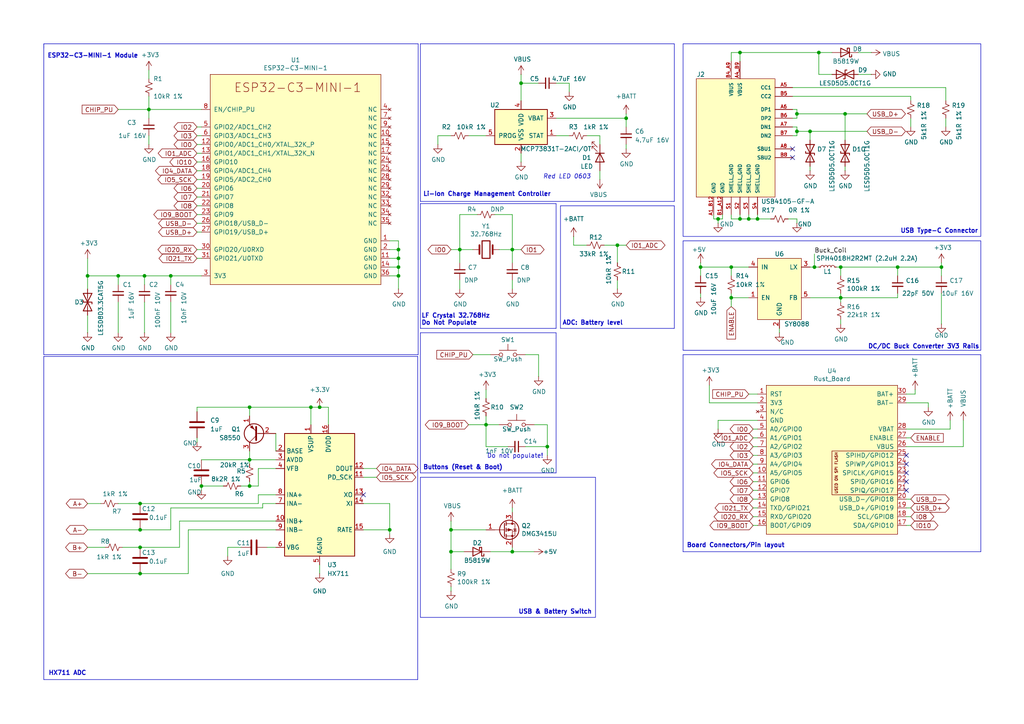
<source format=kicad_sch>
(kicad_sch (version 20231120) (generator "eeschema") (generator_version "8.0")
  (paper "A4")
  (title_block (title "Crimpdeq") (rev "1.0") (company "Sergio Gasquez Arcos"))
  (junction (at 237.49 15.24))
  (junction (at 72.39 140.97))
  (junction (at 181.61 34.29))
  (junction (at 90.17 118.11))
  (junction (at 214.63 63.5))
  (junction (at 72.39 133.35))
  (junction (at 236.22 77.47))
  (junction (at 140.97 123.19))
  (junction (at 40.64 166.37))
  (junction (at 148.59 160.02))
  (junction (at 115.57 74.93))
  (junction (at 25.4 80.01))
  (junction (at 243.84 86.36))
  (junction (at 43.18 31.75))
  (junction (at 40.64 158.75))
  (junction (at 34.29 80.01))
  (junction (at 115.57 72.39))
  (junction (at 72.39 118.11))
  (junction (at 130.81 160.02))
  (junction (at 234.95 38.1))
  (junction (at 219.71 63.5))
  (junction (at 243.84 77.47))
  (junction (at 179.07 71.12))
  (junction (at 273.05 77.47))
  (junction (at 260.35 77.47))
  (junction (at 113.03 153.67))
  (junction (at 148.59 72.39))
  (junction (at 40.64 146.05))
  (junction (at 115.57 80.01))
  (junction (at 231.14 33.02))
  (junction (at 212.09 77.47))
  (junction (at 203.2 77.47))
  (junction (at 212.09 86.36))
  (junction (at 133.35 72.39))
  (junction (at 245.11 33.02))
  (junction (at 158.75 129.54))
  (junction (at 231.14 38.1))
  (junction (at 214.63 15.24))
  (junction (at 151.13 24.13))
  (junction (at 58.42 140.97))
  (junction (at 130.81 153.67))
  (junction (at 49.53 80.01))
  (junction (at 217.17 63.5))
  (junction (at 208.28 63.5))
  (junction (at 115.57 77.47))
  (junction (at 40.64 153.67))
  (junction (at 92.71 118.11))
  (junction (at 41.91 80.01))
  (no_connect (at 262.89 134.62))
  (no_connect (at 229.87 45.72))
  (no_connect (at 262.89 139.7))
  (no_connect (at 229.87 43.18))
  (no_connect (at 262.89 142.24))
  (no_connect (at 262.89 132.08))
  (no_connect (at 262.89 137.16))
  (no_connect (at 339.09 43.18))
  (no_connect (at 105.41 143.51))
  (wire (pts (xy 231.14 63.5) (xy 231.14 64.77)))
  (wire (pts (xy 80.01 153.67) (xy 54.61 153.67)))
  (wire (pts (xy 148.59 62.23) (xy 148.59 72.39)))
  (wire (pts (xy 152.4 102.87) (xy 156.21 102.87)))
  (wire (pts (xy 105.41 138.43) (xy 109.22 138.43)))
  (wire (pts (xy 181.61 33.02) (xy 181.61 34.29)))
  (wire (pts (xy 34.29 31.75) (xy 43.18 31.75)))
  (wire (pts (xy 212.09 62.23) (xy 212.09 63.5)))
  (polyline (pts (xy 12.7 12.7) (xy 12.7 13.97)))
  (wire (pts (xy 43.18 31.75) (xy 58.42 31.75)))
  (wire (pts (xy 229.87 36.83) (xy 231.14 36.83)))
  (wire (pts (xy 130.81 39.37) (xy 127 39.37)))
  (wire (pts (xy 273.05 76.2) (xy 273.05 77.47)))
  (wire (pts (xy 231.14 38.1) (xy 231.14 39.37)))
  (wire (pts (xy 115.57 69.85) (xy 115.57 72.39)))
  (wire (pts (xy 76.2 147.32) (xy 76.2 146.05)))
  (polyline (pts (xy 12.7 103.378) (xy 12.7 197.104)))
  (wire (pts (xy 133.35 72.39) (xy 130.81 72.39)))
  (wire (pts (xy 229.87 25.4) (xy 274.32 25.4)))
  (wire (pts (xy 115.57 74.93) (xy 115.57 77.47)))
  (wire (pts (xy 140.97 129.54) (xy 140.97 123.19)))
  (wire (pts (xy 130.81 160.02) (xy 130.81 165.1)))
  (wire (pts (xy 57.15 67.31) (xy 58.42 67.31)))
  (wire (pts (xy 205.74 116.84) (xy 219.71 116.84)))
  (wire (pts (xy 245.11 49.53) (xy 245.11 48.26)))
  (wire (pts (xy 260.35 77.47) (xy 273.05 77.47)))
  (wire (pts (xy 134.62 160.02) (xy 130.81 160.02)))
  (wire (pts (xy 133.35 62.23) (xy 133.35 72.39)))
  (wire (pts (xy 231.14 39.37) (xy 229.87 39.37)))
  (wire (pts (xy 218.44 147.32) (xy 219.71 147.32)))
  (wire (pts (xy 40.64 158.75) (xy 52.07 158.75)))
  (wire (pts (xy 229.87 27.94) (xy 264.16 27.94)))
  (polyline (pts (xy 121.92 96.52) (xy 161.29 96.52)))
  (wire (pts (xy 127 39.37) (xy 127 41.91)))
  (wire (pts (xy 72.39 139.7) (xy 72.39 140.97)))
  (wire (pts (xy 142.24 160.02) (xy 148.59 160.02)))
  (polyline (pts (xy 121.92 59.055) (xy 121.92 95.25)))
  (wire (pts (xy 234.95 77.47) (xy 236.22 77.47)))
  (wire (pts (xy 274.32 34.29) (xy 274.32 36.83)))
  (wire (pts (xy 154.94 123.19) (xy 158.75 123.19)))
  (wire (pts (xy 113.03 80.01) (xy 115.57 80.01)))
  (wire (pts (xy 41.91 87.63) (xy 41.91 96.52)))
  (wire (pts (xy 234.95 86.36) (xy 243.84 86.36)))
  (wire (pts (xy 43.18 31.75) (xy 43.18 27.94)))
  (wire (pts (xy 179.07 71.12) (xy 175.26 71.12)))
  (wire (pts (xy 130.81 171.45) (xy 130.81 170.18)))
  (wire (pts (xy 151.13 24.13) (xy 151.13 29.21)))
  (wire (pts (xy 264.16 27.94) (xy 264.16 29.21)))
  (wire (pts (xy 243.84 77.47) (xy 260.35 77.47)))
  (wire (pts (xy 161.29 39.37) (xy 165.1 39.37)))
  (wire (pts (xy 241.3 21.59) (xy 237.49 21.59)))
  (wire (pts (xy 49.53 153.67) (xy 49.53 147.32)))
  (wire (pts (xy 262.89 114.3) (xy 265.43 114.3)))
  (wire (pts (xy 57.15 44.45) (xy 58.42 44.45)))
  (wire (pts (xy 212.09 15.24) (xy 212.09 17.78)))
  (wire (pts (xy 218.44 134.62) (xy 219.71 134.62)))
  (wire (pts (xy 161.29 34.29) (xy 181.61 34.29)))
  (wire (pts (xy 25.4 146.05) (xy 29.21 146.05)))
  (wire (pts (xy 34.29 80.01) (xy 41.91 80.01)))
  (wire (pts (xy 231.14 33.02) (xy 231.14 34.29)))
  (wire (pts (xy 140.97 123.19) (xy 144.78 123.19)))
  (wire (pts (xy 214.63 15.24) (xy 214.63 17.78)))
  (wire (pts (xy 279.4 121.92) (xy 279.4 129.54)))
  (wire (pts (xy 43.18 31.75) (xy 43.18 34.29)))
  (wire (pts (xy 237.49 21.59) (xy 237.49 15.24)))
  (wire (pts (xy 203.2 76.2) (xy 203.2 77.47)))
  (wire (pts (xy 95.25 123.19) (xy 95.25 118.11)))
  (wire (pts (xy 57.15 74.93) (xy 58.42 74.93)))
  (wire (pts (xy 25.4 80.01) (xy 25.4 83.82)))
  (wire (pts (xy 49.53 87.63) (xy 49.53 96.52)))
  (wire (pts (xy 245.11 40.64) (xy 245.11 33.02)))
  (polyline (pts (xy 12.7 12.7) (xy 12.7 102.87)))
  (wire (pts (xy 113.03 153.67) (xy 113.03 154.94)))
  (wire (pts (xy 140.97 129.54) (xy 147.32 129.54)))
  (wire (pts (xy 218.44 149.86) (xy 219.71 149.86)))
  (wire (pts (xy 57.15 52.07) (xy 58.42 52.07)))
  (wire (pts (xy 269.24 118.11) (xy 269.24 116.84)))
  (wire (pts (xy 226.06 95.25) (xy 226.06 96.52)))
  (wire (pts (xy 218.44 127) (xy 219.71 127)))
  (wire (pts (xy 203.2 80.01) (xy 203.2 77.47)))
  (wire (pts (xy 218.44 129.54) (xy 219.71 129.54)))
  (wire (pts (xy 219.71 63.5) (xy 223.52 63.5)))
  (wire (pts (xy 212.09 15.24) (xy 214.63 15.24)))
  (wire (pts (xy 166.37 71.12) (xy 170.18 71.12)))
  (wire (pts (xy 148.59 72.39) (xy 148.59 76.2)))
  (wire (pts (xy 208.28 121.92) (xy 208.28 124.46)))
  (wire (pts (xy 218.44 152.4) (xy 219.71 152.4)))
  (wire (pts (xy 161.29 24.13) (xy 165.1 24.13)))
  (polyline (pts (xy 162.56 59.69) (xy 195.58 59.69)))
  (wire (pts (xy 115.57 72.39) (xy 115.57 74.93)))
  (wire (pts (xy 77.47 158.75) (xy 80.01 158.75)))
  (wire (pts (xy 52.07 158.75) (xy 52.07 151.13)))
  (wire (pts (xy 57.15 39.37) (xy 58.42 39.37)))
  (wire (pts (xy 275.59 124.46) (xy 275.59 121.92)))
  (wire (pts (xy 260.35 85.09) (xy 260.35 86.36)))
  (wire (pts (xy 80.01 125.73) (xy 80.01 130.81)))
  (polyline (pts (xy 284.48 160.02) (xy 284.48 102.87)))
  (polyline (pts (xy 121.92 12.7) (xy 195.58 12.7)))
  (wire (pts (xy 113.03 77.47) (xy 115.57 77.47)))
  (polyline (pts (xy 195.58 12.7) (xy 195.58 58.42)))
  (wire (pts (xy 208.28 63.5) (xy 209.55 63.5)))
  (wire (pts (xy 151.13 24.13) (xy 156.21 24.13)))
  (wire (pts (xy 144.78 72.39) (xy 148.59 72.39)))
  (wire (pts (xy 265.43 114.3) (xy 265.43 113.03)))
  (wire (pts (xy 54.61 153.67) (xy 54.61 166.37)))
  (wire (pts (xy 214.63 63.5) (xy 217.17 63.5)))
  (wire (pts (xy 156.21 102.87) (xy 156.21 109.22)))
  (polyline (pts (xy 121.92 137.16) (xy 161.29 137.16)))
  (wire (pts (xy 113.03 69.85) (xy 115.57 69.85)))
  (wire (pts (xy 151.13 46.99) (xy 151.13 44.45)))
  (wire (pts (xy 214.63 62.23) (xy 214.63 63.5)))
  (wire (pts (xy 66.04 158.75) (xy 66.04 161.29)))
  (wire (pts (xy 49.53 147.32) (xy 76.2 147.32)))
  (wire (pts (xy 234.95 40.64) (xy 234.95 38.1)))
  (wire (pts (xy 243.84 77.47) (xy 243.84 80.01)))
  (polyline (pts (xy 161.29 137.16) (xy 161.29 96.52)))
  (wire (pts (xy 148.59 72.39) (xy 151.13 72.39)))
  (wire (pts (xy 243.84 86.36) (xy 243.84 87.63)))
  (wire (pts (xy 236.22 73.66) (xy 236.22 77.47)))
  (wire (pts (xy 203.2 77.47) (xy 212.09 77.47)))
  (polyline (pts (xy 120.65 12.7) (xy 12.7 12.7)))
  (polyline (pts (xy 195.58 95.25) (xy 162.56 95.25)))
  (wire (pts (xy 41.91 80.01) (xy 41.91 82.55)))
  (wire (pts (xy 208.28 63.5) (xy 208.28 64.77)))
  (wire (pts (xy 217.17 114.3) (xy 219.71 114.3)))
  (wire (pts (xy 212.09 80.01) (xy 212.09 77.47)))
  (wire (pts (xy 34.29 80.01) (xy 25.4 80.01)))
  (wire (pts (xy 113.03 146.05) (xy 113.03 153.67)))
  (wire (pts (xy 248.92 21.59) (xy 252.73 21.59)))
  (wire (pts (xy 25.4 91.44) (xy 25.4 96.52)))
  (wire (pts (xy 228.6 63.5) (xy 231.14 63.5)))
  (wire (pts (xy 34.29 82.55) (xy 34.29 80.01)))
  (wire (pts (xy 133.35 72.39) (xy 133.35 76.2)))
  (wire (pts (xy 57.15 36.83) (xy 58.42 36.83)))
  (polyline (pts (xy 198.12 160.02) (xy 284.48 160.02)))
  (wire (pts (xy 34.29 146.05) (xy 40.64 146.05)))
  (wire (pts (xy 205.74 111.76) (xy 205.74 116.84)))
  (wire (pts (xy 57.15 72.39) (xy 58.42 72.39)))
  (wire (pts (xy 115.57 80.01) (xy 115.57 83.82)))
  (wire (pts (xy 138.43 62.23) (xy 133.35 62.23)))
  (wire (pts (xy 58.42 140.97) (xy 64.77 140.97)))
  (polyline (pts (xy 121.92 12.7) (xy 121.92 58.42)))
  (wire (pts (xy 105.41 153.67) (xy 113.03 153.67)))
  (wire (pts (xy 231.14 34.29) (xy 229.87 34.29)))
  (wire (pts (xy 58.42 133.35) (xy 72.39 133.35)))
  (wire (pts (xy 262.89 149.86) (xy 264.16 149.86)))
  (wire (pts (xy 72.39 118.11) (xy 90.17 118.11)))
  (wire (pts (xy 173.99 39.37) (xy 173.99 41.91)))
  (wire (pts (xy 57.15 57.15) (xy 58.42 57.15)))
  (wire (pts (xy 25.4 74.93) (xy 25.4 80.01)))
  (polyline (pts (xy 12.7 102.87) (xy 121.285 102.87)))
  (wire (pts (xy 207.01 62.23) (xy 207.01 63.5)))
  (wire (pts (xy 212.09 63.5) (xy 214.63 63.5)))
  (wire (pts (xy 212.09 77.47) (xy 217.17 77.47)))
  (wire (pts (xy 181.61 34.29) (xy 181.61 36.83)))
  (wire (pts (xy 260.35 86.36) (xy 243.84 86.36)))
  (wire (pts (xy 217.17 63.5) (xy 219.71 63.5)))
  (wire (pts (xy 54.61 166.37) (xy 40.64 166.37)))
  (wire (pts (xy 170.18 39.37) (xy 173.99 39.37)))
  (wire (pts (xy 49.53 82.55) (xy 49.53 80.01)))
  (wire (pts (xy 90.17 123.19) (xy 90.17 118.11)))
  (wire (pts (xy 57.15 46.99) (xy 58.42 46.99)))
  (wire (pts (xy 148.59 158.75) (xy 148.59 160.02)))
  (wire (pts (xy 179.07 76.2) (xy 179.07 71.12)))
  (wire (pts (xy 137.16 72.39) (xy 133.35 72.39)))
  (wire (pts (xy 105.41 135.89) (xy 109.22 135.89)))
  (wire (pts (xy 148.59 81.28) (xy 148.59 83.82)))
  (wire (pts (xy 218.44 142.24) (xy 219.71 142.24)))
  (wire (pts (xy 166.37 68.58) (xy 166.37 71.12)))
  (wire (pts (xy 262.89 147.32) (xy 264.16 147.32)))
  (wire (pts (xy 262.89 144.78) (xy 264.16 144.78)))
  (wire (pts (xy 218.44 144.78) (xy 219.71 144.78)))
  (wire (pts (xy 219.71 63.5) (xy 219.71 62.23)))
  (wire (pts (xy 137.16 102.87) (xy 142.24 102.87)))
  (wire (pts (xy 43.18 20.32) (xy 43.18 22.86)))
  (wire (pts (xy 218.44 132.08) (xy 219.71 132.08)))
  (wire (pts (xy 49.53 80.01) (xy 41.91 80.01)))
  (wire (pts (xy 130.81 151.13) (xy 130.81 153.67)))
  (wire (pts (xy 113.03 72.39) (xy 115.57 72.39)))
  (wire (pts (xy 57.15 41.91) (xy 58.42 41.91)))
  (wire (pts (xy 92.71 163.83) (xy 92.71 166.37)))
  (wire (pts (xy 130.81 153.67) (xy 130.81 160.02)))
  (wire (pts (xy 158.75 123.19) (xy 158.75 129.54)))
  (polyline (pts (xy 198.12 102.87) (xy 198.12 160.02)))
  (wire (pts (xy 262.89 152.4) (xy 264.16 152.4)))
  (polyline (pts (xy 195.58 58.42) (xy 121.92 58.42)))
  (wire (pts (xy 115.57 77.47) (xy 115.57 80.01)))
  (wire (pts (xy 34.29 96.52) (xy 34.29 87.63)))
  (wire (pts (xy 57.15 118.11) (xy 72.39 118.11)))
  (wire (pts (xy 181.61 43.18) (xy 181.61 41.91)))
  (wire (pts (xy 40.64 153.67) (xy 49.53 153.67)))
  (wire (pts (xy 245.11 33.02) (xy 251.46 33.02)))
  (wire (pts (xy 217.17 62.23) (xy 217.17 63.5)))
  (wire (pts (xy 80.01 143.51) (xy 74.93 143.51)))
  (wire (pts (xy 214.63 15.24) (xy 237.49 15.24)))
  (wire (pts (xy 158.75 129.54) (xy 158.75 132.08)))
  (wire (pts (xy 72.39 133.35) (xy 72.39 134.62)))
  (wire (pts (xy 231.14 33.02) (xy 245.11 33.02)))
  (wire (pts (xy 140.97 113.03) (xy 140.97 115.57)))
  (wire (pts (xy 57.15 54.61) (xy 58.42 54.61)))
  (wire (pts (xy 218.44 137.16) (xy 219.71 137.16)))
  (polyline (pts (xy 161.29 95.25) (xy 161.29 59.055)))
  (wire (pts (xy 212.09 85.09) (xy 212.09 86.36)))
  (wire (pts (xy 264.16 34.29) (xy 264.16 36.83)))
  (wire (pts (xy 140.97 153.67) (xy 130.81 153.67)))
  (wire (pts (xy 74.93 135.89) (xy 74.93 140.97)))
  (wire (pts (xy 80.01 135.89) (xy 74.93 135.89)))
  (wire (pts (xy 66.04 158.75) (xy 69.85 158.75)))
  (wire (pts (xy 248.92 15.24) (xy 252.73 15.24)))
  (wire (pts (xy 25.4 153.67) (xy 40.64 153.67)))
  (wire (pts (xy 105.41 146.05) (xy 113.03 146.05)))
  (wire (pts (xy 236.22 77.47) (xy 237.49 77.47)))
  (wire (pts (xy 72.39 140.97) (xy 74.93 140.97)))
  (wire (pts (xy 218.44 124.46) (xy 219.71 124.46)))
  (wire (pts (xy 208.28 121.92) (xy 219.71 121.92)))
  (wire (pts (xy 262.89 129.54) (xy 279.4 129.54)))
  (wire (pts (xy 260.35 77.47) (xy 260.35 80.01)))
  (wire (pts (xy 234.95 49.53) (xy 234.95 48.26)))
  (polyline (pts (xy 121.92 59.055) (xy 161.29 59.055)))
  (wire (pts (xy 74.93 143.51) (xy 74.93 146.05)))
  (wire (pts (xy 229.87 31.75) (xy 231.14 31.75)))
  (wire (pts (xy 143.51 62.23) (xy 148.59 62.23)))
  (wire (pts (xy 207.01 63.5) (xy 208.28 63.5)))
  (wire (pts (xy 74.93 146.05) (xy 40.64 146.05)))
  (wire (pts (xy 212.09 86.36) (xy 217.17 86.36)))
  (wire (pts (xy 57.15 127) (xy 57.15 128.27)))
  (wire (pts (xy 95.25 118.11) (xy 92.71 118.11)))
  (wire (pts (xy 52.07 151.13) (xy 80.01 151.13)))
  (wire (pts (xy 133.35 81.28) (xy 133.35 83.82)))
  (wire (pts (xy 152.4 129.54) (xy 158.75 129.54)))
  (polyline (pts (xy 198.12 102.87) (xy 284.48 102.87)))
  (wire (pts (xy 231.14 38.1) (xy 234.95 38.1)))
  (wire (pts (xy 140.97 120.65) (xy 140.97 123.19)))
  (wire (pts (xy 57.15 119.38) (xy 57.15 118.11)))
  (wire (pts (xy 57.15 64.77) (xy 58.42 64.77)))
  (wire (pts (xy 113.03 74.93) (xy 115.57 74.93)))
  (wire (pts (xy 76.2 146.05) (xy 80.01 146.05)))
  (wire (pts (xy 43.18 39.37) (xy 43.18 41.91)))
  (polyline (pts (xy 121.92 96.52) (xy 121.92 137.16)))
  (wire (pts (xy 57.15 62.23) (xy 58.42 62.23)))
  (wire (pts (xy 274.32 25.4) (xy 274.32 29.21)))
  (wire (pts (xy 234.95 38.1) (xy 251.46 38.1)))
  (wire (pts (xy 237.49 15.24) (xy 241.3 15.24)))
  (wire (pts (xy 231.14 31.75) (xy 231.14 33.02)))
  (polyline (pts (xy 12.7 103.378) (xy 121.158 103.378)))
  (wire (pts (xy 58.42 142.24) (xy 58.42 140.97)))
  (wire (pts (xy 148.59 160.02) (xy 154.94 160.02)))
  (wire (pts (xy 262.89 116.84) (xy 269.24 116.84)))
  (wire (pts (xy 151.13 21.59) (xy 151.13 24.13)))
  (wire (pts (xy 173.99 49.53) (xy 173.99 52.07)))
  (wire (pts (xy 179.07 71.12) (xy 181.61 71.12)))
  (wire (pts (xy 72.39 133.35) (xy 72.39 130.81)))
  (wire (pts (xy 212.09 86.36) (xy 212.09 88.9)))
  (wire (pts (xy 243.84 92.71) (xy 243.84 93.98)))
  (wire (pts (xy 90.17 118.11) (xy 92.71 118.11)))
  (polyline (pts (xy 121.92 95.25) (xy 161.29 95.25)))
  (wire (pts (xy 25.4 158.75) (xy 30.48 158.75)))
  (wire (pts (xy 135.89 123.19) (xy 140.97 123.19)))
  (wire (pts (xy 242.57 77.47) (xy 243.84 77.47)))
  (wire (pts (xy 273.05 85.09) (xy 273.05 93.98)))
  (wire (pts (xy 148.59 148.59) (xy 148.59 147.32)))
  (polyline (pts (xy 121.285 102.87) (xy 121.285 12.7)))
  (polyline (pts (xy 12.7 197.104) (xy 121.158 197.104)))
  (wire (pts (xy 273.05 77.47) (xy 273.05 80.01)))
  (wire (pts (xy 72.39 118.11) (xy 72.39 120.65)))
  (wire (pts (xy 231.14 36.83) (xy 231.14 38.1)))
  (wire (pts (xy 262.89 124.46) (xy 275.59 124.46)))
  (wire (pts (xy 135.89 39.37) (xy 140.97 39.37)))
  (wire (pts (xy 80.01 133.35) (xy 72.39 133.35)))
  (wire (pts (xy 179.07 81.28) (xy 179.07 83.82)))
  (polyline (pts (xy 162.56 59.69) (xy 162.56 95.25)))
  (wire (pts (xy 209.55 63.5) (xy 209.55 62.23)))
  (wire (pts (xy 262.89 127) (xy 264.16 127)))
  (wire (pts (xy 35.56 158.75) (xy 40.64 158.75)))
  (wire (pts (xy 203.2 85.09) (xy 203.2 86.36)))
  (wire (pts (xy 25.4 166.37) (xy 40.64 166.37)))
  (polyline (pts (xy 121.158 197.104) (xy 121.158 103.378)))
  (wire (pts (xy 218.44 139.7) (xy 219.71 139.7)))
  (wire (pts (xy 49.53 80.01) (xy 58.42 80.01)))
  (wire (pts (xy 165.1 24.13) (xy 165.1 26.67)))
  (wire (pts (xy 243.84 85.09) (xy 243.84 86.36)))
  (wire (pts (xy 57.15 49.53) (xy 58.42 49.53)))
  (polyline (pts (xy 120.65 12.7) (xy 121.285 12.7)))
  (wire (pts (xy 69.85 140.97) (xy 72.39 140.97)))
  (wire (pts (xy 57.15 59.69) (xy 58.42 59.69)))
  (polyline (pts (xy 195.58 59.69) (xy 195.58 95.25)))
  (rectangle (start 198.12 69.85) (end 284.48 101.6))
  (rectangle (start 121.92 138.43) (end 172.72 179.07))
  (rectangle (start 198.12 12.7) (end 284.48 68.58))
  (text "ADC: Battery level" (at 163.068 94.488 0) (effects (font (size 1.27 1.27) (thickness 0.254) (bold yes)) (justify left bottom)))
  (text "USB Type-C Connector" (at 261.112 67.818 0) (effects (font (size 1.27 1.27) (thickness 0.254) (bold yes)) (justify left bottom)))
  (text "Board Connectors/Pin layout" (at 199.136 159.004 0) (effects (font (size 1.27 1.27) (thickness 0.254) (bold yes)) (justify left bottom)))
  (text "Li-Ion Charge Management Controller" (at 122.682 57.15 0) (effects (font (size 1.27 1.27) (thickness 0.254) (bold yes)) (justify left bottom)))
  (text "USB & Battery Switch\n" (at 161.036 177.546 0) (effects (font (size 1.27 1.27) (thickness 0.254) (bold yes))))
  (text "Do not populate!" (at 141.224 133.096 0) (effects (font (size 1.27 1.27)) (justify left bottom)))
  (text "Red LED 0603" (at 157.48 52.07 0) (effects (font (size 1.27 1.27) (italic yes)) (justify left bottom)))
  (text "Buttons (Reset & Boot)" (at 122.682 136.398 0) (effects (font (size 1.27 1.27) (thickness 0.254) (bold yes)) (justify left bottom)))
  (text "HX711 ADC" (at 19.558 195.326 0) (effects (font (size 1.27 1.27) (thickness 0.254) (bold yes))))
  (text "ESP32-C3-MINI-1 Module" (at 13.716 17.018 0) (effects (font (size 1.27 1.27) (thickness 0.254) (bold yes)) (justify left bottom)))
  (text "LF Crystal 32.768Hz \nDo Not Populate" (at 122.174 94.488 0) (effects (font (size 1.27 1.27) (thickness 0.254) (bold yes)) (justify left bottom)))
  (text "DC/DC Buck Converter 3V3 Rails" (at 251.714 101.346 0) (effects (font (size 1.27 1.27) (thickness 0.254) (bold yes)) (justify left bottom)))
  (label "Buck_Coil" (at 236.22 73.66 0))
  (global_label "IO10" (shape bidirectional) (at 264.16 152.4 0) (property "Intersheetrefs" "${INTERSHEET_REFS}" (effects (hide yes))))
  (global_label "ENABLE" (shape input) (at 212.09 88.9 270) (property "Intersheetrefs" "${INTERSHEET_REFS}" (effects (hide yes))))
  (global_label "IO7" (shape bidirectional) (at 218.44 142.24 180) (property "Intersheetrefs" "${INTERSHEET_REFS}" (effects (hide yes))))
  (global_label "IO9_BOOT" (shape bidirectional) (at 218.44 152.4 180) (property "Intersheetrefs" "${INTERSHEET_REFS}" (effects (hide yes))))
  (global_label "IO10" (shape bidirectional) (at 57.15 46.99 180) (property "Intersheetrefs" "${INTERSHEET_REFS}" (effects (hide yes))))
  (global_label "A+" (shape bidirectional) (at 25.4 146.05 180) (property "Intersheetrefs" "${INTERSHEET_REFS}" (effects (hide yes))))
  (global_label "USB_D+" (shape bidirectional) (at 264.16 147.32 0) (property "Intersheetrefs" "${INTERSHEET_REFS}" (effects (hide yes))))
  (global_label "IO8" (shape bidirectional) (at 264.16 149.86 0) (property "Intersheetrefs" "${INTERSHEET_REFS}" (effects (hide yes))))
  (global_label "IO7" (shape bidirectional) (at 57.15 57.15 180) (property "Intersheetrefs" "${INTERSHEET_REFS}" (effects (hide yes))))
  (global_label "IO4_DATA" (shape bidirectional) (at 218.44 134.62 180) (property "Intersheetrefs" "${INTERSHEET_REFS}" (effects (hide yes))))
  (global_label "IO6" (shape bidirectional) (at 218.44 139.7 180) (property "Intersheetrefs" "${INTERSHEET_REFS}" (effects (hide yes))))
  (global_label "IO4_DATA" (shape bidirectional) (at 57.15 49.53 180) (property "Intersheetrefs" "${INTERSHEET_REFS}" (effects (hide yes))))
  (global_label "IO5_SCK" (shape bidirectional) (at 218.44 137.16 180) (property "Intersheetrefs" "${INTERSHEET_REFS}" (effects (hide yes))))
  (global_label "CHIP_PU" (shape input) (at 217.17 114.3 180) (property "Intersheetrefs" "${INTERSHEET_REFS}" (effects (hide yes))))
  (global_label "IO1" (shape bidirectional) (at 151.13 72.39 0) (property "Intersheetrefs" "${INTERSHEET_REFS}" (effects (hide yes))))
  (global_label "IO2" (shape bidirectional) (at 57.15 36.83 180) (property "Intersheetrefs" "${INTERSHEET_REFS}" (effects (hide yes))))
  (global_label "CHIP_PU" (shape input) (at 34.29 31.75 180) (property "Intersheetrefs" "${INTERSHEET_REFS}" (effects (hide yes))))
  (global_label "IO4_DATA" (shape bidirectional) (at 109.22 135.89 0) (property "Intersheetrefs" "${INTERSHEET_REFS}" (effects (hide yes))))
  (global_label "IO0" (shape bidirectional) (at 57.15 41.91 180) (property "Intersheetrefs" "${INTERSHEET_REFS}" (effects (hide yes))))
  (global_label "IO9_BOOT" (shape bidirectional) (at 135.89 123.19 180) (property "Intersheetrefs" "${INTERSHEET_REFS}" (effects (hide yes))))
  (global_label "IO20_RX" (shape bidirectional) (at 57.15 72.39 180) (property "Intersheetrefs" "${INTERSHEET_REFS}" (effects (hide yes))))
  (global_label "ENABLE" (shape input) (at 264.16 127 0) (property "Intersheetrefs" "${INTERSHEET_REFS}" (effects (hide yes))))
  (global_label "CHIP_PU" (shape input) (at 137.16 102.87 180) (property "Intersheetrefs" "${INTERSHEET_REFS}" (effects (hide yes))))
  (global_label "USB_D+" (shape bidirectional) (at 251.46 33.02 0) (property "Intersheetrefs" "${INTERSHEET_REFS}" (effects (hide yes))))
  (global_label "IO6" (shape bidirectional) (at 57.15 54.61 180) (property "Intersheetrefs" "${INTERSHEET_REFS}" (effects (hide yes))))
  (global_label "B+" (shape bidirectional) (at 25.4 158.75 180) (property "Intersheetrefs" "${INTERSHEET_REFS}" (effects (hide yes))))
  (global_label "IO1_ADC" (shape bidirectional) (at 181.61 71.12 0) (property "Intersheetrefs" "${INTERSHEET_REFS}" (effects (hide yes))))
  (global_label "B-" (shape bidirectional) (at 25.4 166.37 180) (property "Intersheetrefs" "${INTERSHEET_REFS}" (effects (hide yes))))
  (global_label "IO1_ADC" (shape bidirectional) (at 218.44 127 180) (property "Intersheetrefs" "${INTERSHEET_REFS}" (effects (hide yes))))
  (global_label "IO5_SCK" (shape bidirectional) (at 57.15 52.07 180) (property "Intersheetrefs" "${INTERSHEET_REFS}" (effects (hide yes))))
  (global_label "IO5_SCK" (shape bidirectional) (at 109.22 138.43 0) (property "Intersheetrefs" "${INTERSHEET_REFS}" (effects (hide yes))))
  (global_label "IO9_BOOT" (shape bidirectional) (at 57.15 62.23 180) (property "Intersheetrefs" "${INTERSHEET_REFS}" (effects (hide yes))))
  (global_label "IO8" (shape bidirectional) (at 57.15 59.69 180) (property "Intersheetrefs" "${INTERSHEET_REFS}" (effects (hide yes))))
  (global_label "IO0" (shape bidirectional) (at 130.81 72.39 180) (property "Intersheetrefs" "${INTERSHEET_REFS}" (effects (hide yes))))
  (global_label "USB_D-" (shape bidirectional) (at 57.15 64.77 180) (property "Intersheetrefs" "${INTERSHEET_REFS}" (effects (hide yes))))
  (global_label "IO3" (shape bidirectional) (at 218.44 132.08 180) (property "Intersheetrefs" "${INTERSHEET_REFS}" (effects (hide yes))))
  (global_label "IO1_ADC" (shape bidirectional) (at 57.15 44.45 180) (property "Intersheetrefs" "${INTERSHEET_REFS}" (effects (hide yes))))
  (global_label "IO21_TX" (shape bidirectional) (at 218.44 147.32 180) (property "Intersheetrefs" "${INTERSHEET_REFS}" (effects (hide yes))))
  (global_label "IO8" (shape bidirectional) (at 218.44 144.78 180) (property "Intersheetrefs" "${INTERSHEET_REFS}" (effects (hide yes))))
  (global_label "IO20_RX" (shape bidirectional) (at 218.44 149.86 180) (property "Intersheetrefs" "${INTERSHEET_REFS}" (effects (hide yes))))
  (global_label "A-" (shape bidirectional) (at 25.4 153.67 180) (property "Intersheetrefs" "${INTERSHEET_REFS}" (effects (hide yes))))
  (global_label "USB_D-" (shape bidirectional) (at 251.46 38.1 0) (property "Intersheetrefs" "${INTERSHEET_REFS}" (effects (hide yes))))
  (global_label "USB_D+" (shape bidirectional) (at 57.15 67.31 180) (property "Intersheetrefs" "${INTERSHEET_REFS}" (effects (hide yes))))
  (global_label "IO3" (shape bidirectional) (at 57.15 39.37 180) (property "Intersheetrefs" "${INTERSHEET_REFS}" (effects (hide yes))))
  (global_label "IO0" (shape bidirectional) (at 218.44 124.46 180) (property "Intersheetrefs" "${INTERSHEET_REFS}" (effects (hide yes))))
  (global_label "IO21_TX" (shape bidirectional) (at 57.15 74.93 180) (property "Intersheetrefs" "${INTERSHEET_REFS}" (effects (hide yes))))
  (global_label "IO2" (shape bidirectional) (at 218.44 129.54 180) (property "Intersheetrefs" "${INTERSHEET_REFS}" (effects (hide yes))))
  (global_label "USB_D-" (shape bidirectional) (at 264.16 144.78 0) (property "Intersheetrefs" "${INTERSHEET_REFS}" (effects (hide yes))))
  (symbol (lib_id "Device:R_Small_US") (at 33.02 158.75 90) (unit 1)
    (property "Reference" "R8" (at 31.8516 157.0228 90) (effects (justify left)))
    (property "Value" "1kR 1%" (at 35.306 161.544 90) (effects (justify left)))
    (property "Footprint" "Resistor_SMD:R_0402_1005Metric" (effects (hide yes)))
    (property "LCSC" "C25741" (effects (hide yes)))
  )
  (symbol (lib_id "power:+BATT") (at 148.59 147.32 0) (unit 1)
    (property "Reference" "#PWR026" (effects (hide yes)))
    (property "Value" "+BATT" (at 148.59 142.24 0))
  )
  (symbol (lib_id "Battery_Management:MCP73831-2-OT") (at 151.13 36.83 0) (unit 1)
    (property "Reference" "U2" (at 143.51 30.48 0))
    (property "Value" "MCP73831T-2ACI/OT" (at 161.29 43.18 0))
    (property "Footprint" "Package_TO_SOT_SMD:SOT-23-5" (effects (hide yes)))
    (property "Datasheet" "http://ww1.microchip.com/downloads/en/DeviceDoc/20001984g.pdf" (effects (hide yes)))
    (property "LCSC" "C424093" (effects (hide yes)))
  )
  (symbol (lib_id "power:GND") (at 25.4 96.52 0) (unit 1)
    (property "Reference" "#PWR02" (effects (hide yes)))
    (property "Value" "GND" (at 25.527 100.9142 0))
  )
  (symbol (lib_id "Switch:SW_Push") (at 149.86 123.19 0) (unit 1)
    (property "Reference" "SW2" (at 149.86 118.11 0))
    (property "Value" "SW_Push" (at 149.86 124.46 0))
    (property "Footprint" "Button_Switch_SMD:SW_SPST_PTS810" (effects (hide yes)))
    (property "LCSC" "C116501" (effects (hide yes)))
  )
  (symbol (lib_id "power:+3.3V") (at 92.71 118.11 0) (unit 1)
    (property "Reference" "#PWR018" (effects (hide yes)))
    (property "Value" "+3.3V" (at 92.71 113.03 0))
    (property "Description" "Power symbol creates a global label with name \"+3.3V\"" (effects (hide yes)))
  )
  (symbol (lib_id "Rust_Board:Rust_Board") (at 241.3 133.35 0) (unit 1) (in_bom no)
    (property "Reference" "U4" (at 241.3 107.569 0))
    (property "Value" "Rust_Board" (at 241.3 109.8804 0))
    (property "Footprint" "Rust_Board:Rust_Board" (effects (hide yes)))
  )
  (symbol (lib_id "Device:R_Small_US") (at 172.72 71.12 90) (unit 1)
    (property "Reference" "R12" (at 174.752 68.834 90) (effects (justify left)))
    (property "Value" "33kR 1%" (at 176.53 73.66 90) (effects (justify left)))
    (property "Footprint" "Resistor_SMD:R_0402_1005Metric" (effects (hide yes)))
    (property "LCSC" "C25744" (effects (hide yes)))
  )
  (symbol (lib_id "power:+BATT") (at 181.61 33.02 0) (unit 1)
    (property "Reference" "#PWR014" (effects (hide yes)))
    (property "Value" "+BATT" (at 181.61 27.94 0))
  )
  (symbol (lib_id "power:GND") (at 115.57 83.82 0) (unit 1)
    (property "Reference" "#PWR08" (effects (hide yes)))
    (property "Value" "GND" (at 115.697 88.2142 0))
  )
  (symbol (lib_id "Device:Crystal") (at 140.97 72.39 0) (unit 1) (in_bom no)
    (property "Reference" "Y1" (at 140.97 65.5828 0))
    (property "Value" "32.768Hz" (at 140.97 67.8942 0))
    (property "Footprint" "Crystal:Crystal_SMD_3215-2Pin_3.2x1.5mm" (effects (hide yes)))
  )
  (symbol (lib_id "Device:R_Small_US") (at 130.81 167.64 0) (unit 1)
    (property "Reference" "R9" (at 132.5372 166.4716 0) (effects (justify left)))
    (property "Value" "100kR 1%" (at 132.5372 168.783 0) (effects (justify left)))
    (property "Footprint" "Resistor_SMD:R_0402_1005Metric" (effects (hide yes)))
    (property "LCSC" "C25741" (effects (hide yes)))
  )
  (symbol (lib_id "Transistor_FET:DMG2301L") (at 146.05 153.67 0) (unit 1)
    (property "Reference" "Q2" (at 151.2316 152.5016 0) (effects (justify left)))
    (property "Value" "DMG3415U" (at 151.2316 154.813 0) (effects (justify left)))
    (property "Footprint" "Package_TO_SOT_SMD:SOT-23" (effects (hide yes)))
    (property "Datasheet" "https://www.diodes.com/assets/Datasheets/DMG2301L.pdf" (effects (hide yes)))
    (property "LCSC" "C96616" (effects (hide yes)))
  )
  (symbol (lib_id "Switch:SW_Push") (at 147.32 102.87 0) (unit 1)
    (property "Reference" "SW1" (at 147.32 98.552 0))
    (property "Value" "SW_Push" (at 147.32 104.14 0))
    (property "Footprint" "Button_Switch_SMD:SW_SPST_PTS810" (effects (hide yes)))
    (property "LCSC" "C116501" (effects (hide yes)))
  )
  (symbol (lib_id "Device:R_Small_US") (at 140.97 62.23 90) (unit 1) (in_bom no)
    (property "Reference" "R4" (at 138.176 60.706 90) (effects (justify left)))
    (property "Value" "DNP" (at 146.304 60.706 90) (effects (justify left)))
    (property "Footprint" "Resistor_SMD:R_0402_1005Metric" (effects (hide yes)))
  )
  (symbol (lib_id "power:GND") (at 243.84 93.98 0) (unit 1)
    (property "Reference" "#PWR042" (effects (hide yes)))
    (property "Value" "GND" (at 243.967 98.3742 0))
  )
  (symbol (lib_id "power:GND") (at 92.71 166.37 0) (unit 1)
    (property "Reference" "#PWR021" (effects (hide yes)))
    (property "Value" "GND" (at 92.71 171.45 0))
    (property "Description" "Power symbol creates a global label with name \"GND\" , ground" (effects (hide yes)))
  )
  (symbol (lib_id "power:GND") (at 274.32 36.83 0) (unit 1)
    (property "Reference" "#PWR052" (effects (hide yes)))
    (property "Value" "GND" (at 274.447 41.2242 0))
  )
  (symbol (lib_id "Device:LED") (at 173.99 45.72 270) (unit 1)
    (property "Reference" "D1" (at 170.18 45.72 90))
    (property "Value" "LED" (at 170.18 48.26 90))
    (property "Footprint" "LED_SMD:LED_0603_1608Metric" (effects (hide yes)))
    (property "LCSC" "C2286" (effects (hide yes)))
  )
  (symbol (lib_id "Device:R_Small_US") (at 72.39 137.16 0) (unit 1)
    (property "Reference" "R5" (at 68.58 136.652 0) (effects (justify left)))
    (property "Value" "20kR 1%" (at 63.754 134.874 0) (effects (justify left)))
    (property "Footprint" "Resistor_SMD:R_0402_1005Metric" (effects (hide yes)))
    (property "LCSC" "C25741" (effects (hide yes)))
  )
  (symbol (lib_id "power:VBUS") (at 252.73 15.24 270) (unit 1)
    (property "Reference" "#PWR049" (effects (hide yes)))
    (property "Value" "VBUS" (at 255.9812 15.621 90) (effects (justify left)))
  )
  (symbol (lib_id "Device:D_Schottky") (at 138.43 160.02 180) (unit 1)
    (property "Reference" "D2" (at 138.43 157.48 0))
    (property "Value" "B5819W" (at 138.43 162.56 0))
    (property "Footprint" "Diode_SMD:D_SOD-123" (effects (hide yes)))
    (property "LCSC" "C8598" (effects (hide yes)))
  )
  (symbol (lib_id "power:GND") (at 58.42 142.24 0) (unit 1)
    (property "Reference" "#PWR023" (effects (hide yes)))
    (property "Value" "GND" (at 56.388 142.748 0))
    (property "Description" "Power symbol creates a global label with name \"GND\" , ground" (effects (hide yes)))
  )
  (symbol (lib_id "Device:C_Small") (at 273.05 82.55 0) (unit 1)
    (property "Reference" "C17" (at 275.3868 81.3816 0) (effects (justify left)))
    (property "Value" "10uF 16V" (at 273.05 85.09 0) (effects (justify left)))
    (property "Footprint" "Capacitor_SMD:C_0805_2012Metric" (effects (hide yes)))
    (property "LCSC" "C15850" (effects (hide yes)))
  )
  (symbol (lib_id "power:GND") (at 234.95 49.53 0) (unit 1)
    (property "Reference" "#PWR047" (effects (hide yes)))
    (property "Value" "GND" (at 235.077 53.9242 0))
  )
  (symbol (lib_id "power:VBUS") (at 130.81 151.13 0) (unit 1)
    (property "Reference" "#PWR024" (effects (hide yes)))
    (property "Value" "VBUS" (at 131.191 146.7358 0))
  )
  (symbol (lib_id "power:+5V") (at 203.2 76.2 0) (unit 1)
    (property "Reference" "#PWR039" (effects (hide yes)))
    (property "Value" "+5V" (at 200.66 72.39 0) (effects (justify left)))
  )
  (symbol (lib_id "Device:R_Small_US") (at 274.32 31.75 0) (unit 1)
    (property "Reference" "R19" (at 276.0472 30.5816 0) (effects (justify left)))
    (property "Value" "5k1R 1%" (at 278.13 40.64 90) (effects (justify left)))
    (property "Footprint" "Resistor_SMD:R_0402_1005Metric" (effects (hide yes)))
    (property "LCSC" "C25905" (effects (hide yes)))
  )
  (symbol (lib_id "power:GND") (at 181.61 43.18 0) (unit 1)
    (property "Reference" "#PWR015" (effects (hide yes)))
    (property "Value" "GND" (at 181.737 47.5742 0))
  )
  (symbol (lib_id "Device:L_Small") (at 240.03 77.47 90) (unit 1)
    (property "Reference" "L1" (at 240.03 78.74 90))
    (property "Value" "SPH4018H2R2MT (2.2uH 2.2A)" (at 251.46 74.93 90))
    (property "Footprint" "Inductor_SMD:L_Bourns-SRN4018" (effects (hide yes)))
    (property "LCSC" "C370436" (effects (hide yes)))
  )
  (symbol (lib_id "power:GND") (at 49.53 96.52 0) (unit 1)
    (property "Reference" "#PWR07" (effects (hide yes)))
    (property "Value" "GND" (at 49.657 100.9142 0))
  )
  (symbol (lib_id "Device:C_Small") (at 148.59 78.74 0) (unit 1) (in_bom no)
    (property "Reference" "C8" (at 150.9268 77.5716 0) (effects (justify left)))
    (property "Value" "DNP" (at 149.86 81.28 0) (effects (justify left)))
    (property "Footprint" "Capacitor_SMD:C_0402_1005Metric" (effects (hide yes)))
  )
  (symbol (lib_id "Device:R_Small_US") (at 243.84 82.55 0) (unit 1)
    (property "Reference" "R15" (at 245.5672 81.3816 0) (effects (justify left)))
    (property "Value" "100kR 1%" (at 245.5672 83.693 0) (effects (justify left)))
    (property "Footprint" "Resistor_SMD:R_0402_1005Metric" (effects (hide yes)))
    (property "LCSC" "C25741" (effects (hide yes)))
  )
  (symbol (lib_id "power:+3V3") (at 205.74 111.76 0) (unit 1)
    (property "Reference" "#PWR032" (effects (hide yes)))
    (property "Value" "+3V3" (at 206.121 107.3658 0))
  )
  (symbol (lib_id "power:+3V3") (at 43.18 20.32 0) (unit 1)
    (property "Reference" "#PWR05" (effects (hide yes)))
    (property "Value" "+3V3" (at 43.561 15.9258 0))
  )
  (symbol (lib_id "power:+BATT") (at 265.43 113.03 0) (unit 1)
    (property "Reference" "#PWR035" (effects (hide yes)))
    (property "Value" "+BATT" (at 265.43 106.68 90))
  )
  (symbol (lib_id "Device:C") (at 40.64 149.86 0) (unit 1)
    (property "Reference" "C12" (at 41.148 147.574 0) (effects (justify left)))
    (property "Value" "0.1uF" (at 43.18 150.114 0) (effects (justify left)))
    (property "Description" "Unpolarized capacitor" (effects (hide yes)))
  )
  (symbol (lib_id "power:VBUS") (at 173.99 52.07 180) (unit 1)
    (property "Reference" "#PWR013" (effects (hide yes)))
    (property "Value" "VBUS" (at 173.609 56.4642 0))
  )
  (symbol (lib_id "Device:D_TVS") (at 234.95 44.45 270) (unit 1)
    (property "Reference" "D7" (at 236.982 43.2816 90) (effects (justify left)))
    (property "Value" "LESD5D5.0CT1G" (at 241.3 40.64 0) (effects (justify left)))
    (property "Footprint" "Diode_SMD:D_SOD-523" (effects (hide yes)))
    (property "LCSC" "C383211" (effects (hide yes)))
  )
  (symbol (lib_id "power:GND") (at 226.06 96.52 0) (unit 1)
    (property "Reference" "#PWR041" (effects (hide yes)))
    (property "Value" "GND" (at 228.346 99.314 0))
  )
  (symbol (lib_id "Device:C") (at 57.15 123.19 0) (unit 1)
    (property "Reference" "C9" (at 60.96 121.9199 0) (effects (justify left)))
    (property "Value" "1uF" (at 60.96 124.4599 0) (effects (justify left)))
    (property "Description" "Unpolarized capacitor" (effects (hide yes)))
  )
  (symbol (lib_id "power:GND") (at 269.24 118.11 0) (unit 1)
    (property "Reference" "#PWR036" (effects (hide yes)))
    (property "Value" "GND" (at 269.367 122.5042 0))
  )
  (symbol (lib_id "power:GND") (at 208.28 64.77 0) (unit 1)
    (property "Reference" "#PWR045" (effects (hide yes)))
    (property "Value" "GND" (at 210.82 65.024 0))
  )
  (symbol (lib_id "Device:R_Small_US") (at 212.09 82.55 0) (unit 1)
    (property "Reference" "R14" (at 213.36 80.01 0) (effects (justify left)))
    (property "Value" "10kR 1%" (at 213.36 82.55 0) (effects (justify left)))
    (property "Footprint" "Resistor_SMD:R_0402_1005Metric" (effects (hide yes)))
    (property "LCSC" "C25744" (effects (hide yes)))
  )
  (symbol (lib_id "power:GND") (at 66.04 161.29 0) (unit 1)
    (property "Reference" "#PWR022" (effects (hide yes)))
    (property "Value" "GND" (at 66.04 166.37 0))
    (property "Description" "Power symbol creates a global label with name \"GND\" , ground" (effects (hide yes)))
  )
  (symbol (lib_id "power:GND") (at 273.05 93.98 0) (unit 1)
    (property "Reference" "#PWR044" (effects (hide yes)))
    (property "Value" "GND" (at 273.05 97.282 0))
  )
  (symbol (lib_id "power:+3V3") (at 273.05 76.2 0) (unit 1)
    (property "Reference" "#PWR043" (effects (hide yes)))
    (property "Value" "+3V3" (at 273.431 71.8058 0))
  )
  (symbol (lib_id "Espressif:ESP32-C3-MINI-1") (at 85.09 53.34 0) (unit 1)
    (property "Reference" "U1" (at 85.725 17.399 0))
    (property "Value" "ESP32-C3-MINI-1" (at 85.725 19.7104 0))
    (property "Footprint" "Espressif:ESP32-C3-MINI-1" (effects (hide yes)))
    (property "Datasheet" "https://www.espressif.com/sites/default/files/documentation/esp32-c3-mini-1_datasheet_en.pdf" (effects (hide yes)))
    (property "LCSC" "C2838502" (effects (hide yes)))
  )
  (symbol (lib_id "Device:R_Small_US") (at 140.97 118.11 0) (unit 1)
    (property "Reference" "R10" (at 142.24 118.11 0) (effects (justify left)))
    (property "Value" "10kR 1%" (at 138.43 121.92 90) (effects (justify left)))
    (property "Footprint" "Resistor_SMD:R_0402_1005Metric" (effects (hide yes)))
    (property "LCSC" "C25744" (effects (hide yes)))
  )
  (symbol (lib_id "power:VBUS") (at 279.4 121.92 0) (unit 1)
    (property "Reference" "#PWR038" (effects (hide yes)))
    (property "Value" "VBUS" (at 279.4 115.57 90))
  )
  (symbol (lib_id "Device:C_Small") (at 34.29 85.09 0) (unit 1)
    (property "Reference" "C1" (at 35.56 82.55 0) (effects (justify left)))
    (property "Value" "1uF 16V" (at 38.1 92.71 90) (effects (justify left)))
    (property "Footprint" "Capacitor_SMD:C_0402_1005Metric" (effects (hide yes)))
    (property "LCSC" "C52923" (effects (hide yes)))
  )
  (symbol (lib_id "Device:C") (at 73.66 158.75 90) (unit 1)
    (property "Reference" "C11" (at 70.612 157.48 90))
    (property "Value" "1uF" (at 70.612 160.528 90))
    (property "Description" "Unpolarized capacitor" (effects (hide yes)))
  )
  (symbol (lib_id "power:GND") (at 34.29 96.52 0) (unit 1)
    (property "Reference" "#PWR03" (effects (hide yes)))
    (property "Value" "GND" (at 34.417 100.9142 0))
  )
  (symbol (lib_id "power:GND") (at 133.35 83.82 0) (unit 1)
    (property "Reference" "#PWR016" (effects (hide yes)))
    (property "Value" "GND" (at 133.477 88.2142 0))
  )
  (symbol (lib_id "power:GND") (at 57.15 128.27 0) (unit 1)
    (property "Reference" "#PWR020" (effects (hide yes)))
    (property "Value" "GND" (at 55.118 128.524 0))
    (property "Description" "Power symbol creates a global label with name \"GND\" , ground" (effects (hide yes)))
  )
  (symbol (lib_id "power:GND") (at 208.28 124.46 0) (unit 1)
    (property "Reference" "#PWR034" (effects (hide yes)))
    (property "Value" "GND" (at 208.407 128.8542 0))
  )
  (symbol (lib_id "power:GND") (at 130.81 171.45 0) (unit 1)
    (property "Reference" "#PWR025" (effects (hide yes)))
    (property "Value" "GND" (at 130.937 175.8442 0))
  )
  (symbol (lib_id "Device:C_Small") (at 49.53 85.09 0) (unit 1)
    (property "Reference" "C4" (at 50.8 82.55 0) (effects (justify left)))
    (property "Value" "10nF 10V" (at 53.34 93.98 90) (effects (justify left)))
    (property "Footprint" "Capacitor_SMD:C_0402_1005Metric" (effects (hide yes)))
    (property "LCSC" "C15195" (effects (hide yes)))
  )
  (symbol (lib_id "power:GND") (at 151.13 46.99 0) (unit 1)
    (property "Reference" "#PWR011" (effects (hide yes)))
    (property "Value" "GND" (at 151.257 51.3842 0))
  )
  (symbol (lib_id "Transistor_BJT:S8550") (at 74.93 125.73 180) (unit 1)
    (property "Reference" "Q1" (at 69.85 124.4599 0) (effects (justify left)))
    (property "Value" "S8550" (at 69.85 126.9999 0) (effects (justify left)))
    (property "Footprint" "Package_TO_SOT_THT:TO-92_Inline" (effects (hide yes)))
    (property "Datasheet" "http://www.unisonic.com.tw/datasheet/S8550.pdf" (effects (hide yes)))
    (property "Description" "0.7A Ic, 20V Vce, Low Voltage High Current PNP Transistor, TO-92" (effects (hide yes)))
  )
  (symbol (lib_id "Device:C_Small") (at 43.18 36.83 0) (unit 1)
    (property "Reference" "C3" (at 36.83 35.56 0) (effects (justify left)))
    (property "Value" "1uF 16V" (at 34.29 39.37 0) (effects (justify left)))
    (property "Footprint" "Capacitor_SMD:C_0402_1005Metric" (effects (hide yes)))
    (property "LCSC" "C52923" (effects (hide yes)))
  )
  (symbol (lib_id "power:GND") (at 127 41.91 0) (unit 1)
    (property "Reference" "#PWR09" (effects (hide yes)))
    (property "Value" "GND" (at 127.127 46.3042 0))
  )
  (symbol (lib_id "power:GND") (at 179.07 83.82 0) (unit 1)
    (property "Reference" "#PWR033" (effects (hide yes)))
    (property "Value" "GND" (at 179.197 88.2142 0))
  )
  (symbol (lib_id "Rust_Board:SY8088") (at 226.06 83.82 0) (unit 1)
    (property "Reference" "U6" (at 226.06 73.66 0))
    (property "Value" "SY8088" (at 231.14 93.98 0))
    (property "Footprint" "Package_TO_SOT_SMD:SOT-23-5" (effects (hide yes)))
    (property "LCSC" "C479072" (effects (hide yes)))
  )
  (symbol (lib_id "Rust_Board:USB4105-GF-A") (at 213.36 39.37 0) (unit 1)
    (property "Reference" "J2" (at 204.47 21.59 0) (effects (justify right)))
    (property "Value" "USB4105-GF-A" (at 236.22 58.42 0) (effects (justify right)))
    (property "Footprint" "Rust_Board:GCT_USB4105-GF-A" (effects (hide yes)))
    (property "PARTREV" "A3" (effects (hide yes)))
    (property "STANDARD" "Manufacturer Recommendations" (effects (hide yes)))
    (property "MAXIMUM_PACKAGE_HEIGHT" "3.31 mm" (effects (hide yes)))
    (property "MANUFACTURER" "GCT" (effects (hide yes)))
    (property "LCSC" "C165948" (effects (hide yes)))
  )
  (symbol (lib_id "Analog_ADC:HX711") (at 92.71 143.51 0) (unit 1)
    (property "Reference" "U3" (at 94.9041 163.83 0) (effects (justify left)))
    (property "Value" "HX711" (at 94.9041 166.37 0) (effects (justify left)))
    (property "Footprint" "Package_SO:SOP-16_3.9x9.9mm_P1.27mm" (effects (hide yes)))
    (property "Datasheet" "https://web.archive.org/web/20220615044707/https://akizukidenshi.com/download/ds/avia/hx711.pdf" (effects (hide yes)))
    (property "Description" "24-Bit Analog-to-Digital Converter (ADC) for Weight Scales" (effects (hide yes)))
  )
  (symbol (lib_id "power:GND") (at 41.91 96.52 0) (unit 1)
    (property "Reference" "#PWR04" (effects (hide yes)))
    (property "Value" "GND" (at 42.037 100.9142 0))
  )
  (symbol (lib_id "power:GND") (at 252.73 21.59 90) (unit 1)
    (property "Reference" "#PWR050" (effects (hide yes)))
    (property "Value" "GND" (at 255.9812 21.463 90) (effects (justify right)))
  )
  (symbol (lib_id "power:GND") (at 158.75 132.08 0) (unit 1)
    (property "Reference" "#PWR030" (effects (hide yes)))
    (property "Value" "GND" (at 158.877 136.4742 0))
  )
  (symbol (lib_id "power:GND") (at 264.16 36.83 0) (unit 1)
    (property "Reference" "#PWR051" (effects (hide yes)))
    (property "Value" "GND" (at 264.287 41.2242 0))
  )
  (symbol (lib_id "Device:R_Small_US") (at 243.84 90.17 0) (unit 1)
    (property "Reference" "R16" (at 245.5672 89.0016 0) (effects (justify left)))
    (property "Value" "22k1R 1%" (at 245.5672 91.313 0) (effects (justify left)))
    (property "Footprint" "Resistor_SMD:R_0402_1005Metric" (effects (hide yes)))
    (property "LCSC" "C43473" (effects (hide yes)))
  )
  (symbol (lib_id "power:GND") (at 231.14 64.77 0) (unit 1)
    (property "Reference" "#PWR046" (effects (hide yes)))
    (property "Value" "GND" (at 233.426 65.024 0))
  )
  (symbol (lib_id "power:VBUS") (at 151.13 21.59 0) (unit 1)
    (property "Reference" "#PWR010" (effects (hide yes)))
    (property "Value" "VBUS" (at 151.511 17.1958 0))
  )
  (symbol (lib_id "power:GND") (at 165.1 26.67 0) (unit 1)
    (property "Reference" "#PWR012" (effects (hide yes)))
    (property "Value" "GND" (at 165.227 31.0642 0))
  )
  (symbol (lib_id "Device:D_TVS") (at 245.11 21.59 0) (unit 1)
    (property "Reference" "D9" (at 250.19 20.32 0))
    (property "Value" "LESD5D5.0CT1G" (at 245.11 24.13 0))
    (property "Footprint" "Diode_SMD:D_SOD-523" (effects (hide yes)))
    (property "LCSC" "C383211" (effects (hide yes)))
  )
  (symbol (lib_id "Device:C_Small") (at 181.61 39.37 0) (unit 1)
    (property "Reference" "C6" (at 184.15 38.1 0) (effects (justify left)))
    (property "Value" "4.7uF 16V" (at 184.15 40.64 0) (effects (justify left)))
    (property "Footprint" "Capacitor_SMD:C_0603_1608Metric" (effects (hide yes)))
    (property "LCSC" "C19666" (effects (hide yes)))
  )
  (symbol (lib_id "power:+5V") (at 154.94 160.02 270) (unit 1)
    (property "Reference" "#PWR027" (effects (hide yes)))
    (property "Value" "+5V" (at 157.48 160.02 90) (effects (justify left)))
  )
  (symbol (lib_id "power:+BATT") (at 275.59 121.92 0) (unit 1)
    (property "Reference" "#PWR037" (effects (hide yes)))
    (property "Value" "+BATT" (at 275.59 115.57 90))
  )
  (symbol (lib_id "Device:D_Schottky") (at 245.11 15.24 180) (unit 1)
    (property "Reference" "D8" (at 248.666 14.224 0))
    (property "Value" "B5819W" (at 245.364 17.78 0))
    (property "Footprint" "Diode_SMD:D_SOD-123" (effects (hide yes)))
    (property "LCSC" "C8598" (effects (hide yes)))
  )
  (symbol (lib_id "power:GND") (at 43.18 41.91 0) (unit 1)
    (property "Reference" "#PWR06" (effects (hide yes)))
    (property "Value" "GND" (at 43.307 46.3042 0))
  )
  (symbol (lib_id "Device:R_Small_US") (at 167.64 39.37 90) (unit 1)
    (property "Reference" "R3" (at 167.64 36.83 90) (effects (justify left)))
    (property "Value" "1kR 1%" (at 176.53 36.83 90) (effects (justify left)))
    (property "Footprint" "Resistor_SMD:R_0402_1005Metric" (effects (hide yes)))
    (property "LCSC" "C11702" (effects (hide yes)))
  )
  (symbol (lib_id "Device:C") (at 58.42 137.16 0) (unit 1)
    (property "Reference" "C10" (at 54.356 135.128 0) (effects (justify left)))
    (property "Value" "1uF" (at 54.864 139.192 0) (effects (justify left)))
    (property "Description" "Unpolarized capacitor" (effects (hide yes)))
  )
  (symbol (lib_id "Device:D_TVS") (at 245.11 44.45 270) (unit 1)
    (property "Reference" "D10" (at 247.142 43.2816 90) (effects (justify left)))
    (property "Value" "LESD5D5.0CT1G" (at 251.46 40.64 0) (effects (justify left)))
    (property "Footprint" "Diode_SMD:D_SOD-523" (effects (hide yes)))
    (property "LCSC" "C383211" (effects (hide yes)))
  )
  (symbol (lib_id "power:GND") (at 113.03 154.94 0) (unit 1)
    (property "Reference" "#PWR019" (effects (hide yes)))
    (property "Value" "GND" (at 113.03 160.02 0))
    (property "Description" "Power symbol creates a global label with name \"GND\" , ground" (effects (hide yes)))
  )
  (symbol (lib_id "Device:R_Small_US") (at 43.18 25.4 0) (unit 1)
    (property "Reference" "R1" (at 44.45 22.86 0) (effects (justify left)))
    (property "Value" "10kR 1%" (at 44.45 27.94 0) (effects (justify left)))
    (property "Footprint" "Resistor_SMD:R_0402_1005Metric" (effects (hide yes)))
    (property "LCSC" "C25744" (effects (hide yes)))
  )
  (symbol (lib_id "Device:R_Small_US") (at 67.31 140.97 270) (unit 1)
    (property "Reference" "R6" (at 68.072 143.256 90) (effects (justify left)))
    (property "Value" "8k2R 1%" (at 61.214 138.938 90) (effects (justify left)))
    (property "Footprint" "Resistor_SMD:R_0402_1005Metric" (effects (hide yes)))
    (property "LCSC" "C25741" (effects (hide yes)))
  )
  (symbol (lib_id "Device:R_Small_US") (at 264.16 31.75 0) (unit 1)
    (property "Reference" "R18" (at 265.8872 30.5816 0) (effects (justify left)))
    (property "Value" "5k1R 1%" (at 267.97 40.64 90) (effects (justify left)))
    (property "Footprint" "Resistor_SMD:R_0402_1005Metric" (effects (hide yes)))
    (property "LCSC" "C25905" (effects (hide yes)))
  )
  (symbol (lib_id "Device:R_Small_US") (at 31.75 146.05 270) (unit 1)
    (property "Reference" "R7" (at 32.512 148.336 90) (effects (justify left)))
    (property "Value" "1kR 1%" (at 29.718 143.256 90) (effects (justify left)))
    (property "Footprint" "Resistor_SMD:R_0402_1005Metric" (effects (hide yes)))
    (property "LCSC" "C25741" (effects (hide yes)))
  )
  (symbol (lib_id "power:+3V3") (at 140.97 113.03 0) (unit 1)
    (property "Reference" "#PWR028" (effects (hide yes)))
    (property "Value" "+3V3" (at 141.351 108.6358 0))
  )
  (symbol (lib_id "Device:C_Small") (at 133.35 78.74 0) (unit 1) (in_bom no)
    (property "Reference" "C7" (at 135.6868 77.5716 0) (effects (justify left)))
    (property "Value" "DNP" (at 134.62 81.28 0) (effects (justify left)))
    (property "Footprint" "Capacitor_SMD:C_0402_1005Metric" (effects (hide yes)))
  )
  (symbol (lib_id "Device:C_Small") (at 158.75 24.13 270) (unit 1)
    (property "Reference" "C5" (at 153.67 22.86 90) (effects (justify left)))
    (property "Value" "4.7uF 16V" (at 160.02 22.86 90) (effects (justify left)))
    (property "Footprint" "Capacitor_SMD:C_0603_1608Metric" (effects (hide yes)))
    (property "LCSC" "C19666" (effects (hide yes)))
  )
  (symbol (lib_id "power:GND") (at 245.11 49.53 0) (unit 1)
    (property "Reference" "#PWR048" (effects (hide yes)))
    (property "Value" "GND" (at 245.237 53.9242 0))
  )
  (symbol (lib_id "Device:C") (at 40.64 162.56 0) (unit 1)
    (property "Reference" "C13" (at 41.148 160.274 0) (effects (justify left)))
    (property "Value" "0.1uF" (at 43.18 162.814 0) (effects (justify left)))
    (property "Description" "Unpolarized capacitor" (effects (hide yes)))
  )
  (symbol (lib_id "power:+BATT") (at 166.37 68.58 0) (unit 1)
    (property "Reference" "#PWR031" (effects (hide yes)))
    (property "Value" "+BATT" (at 166.37 63.5 0))
  )
  (symbol (lib_id "power:GND") (at 156.21 109.22 0) (unit 1)
    (property "Reference" "#PWR029" (effects (hide yes)))
    (property "Value" "GND" (at 156.337 113.6142 0))
  )
  (symbol (lib_id "Device:C_Small") (at 149.86 129.54 270) (unit 1) (in_bom no)
    (property "Reference" "C14" (at 151.892 128.016 90) (effects (justify left)))
    (property "Value" "1nF 10V" (at 140.716 130.81 90) (effects (justify left)))
    (property "Footprint" "Capacitor_SMD:C_0402_1005Metric" (effects (hide yes)))
    (property "LCSC" "C1523" (effects (hide yes)))
  )
  (symbol (lib_id "Device:C_Small") (at 203.2 82.55 0) (unit 1)
    (property "Reference" "C15" (at 204.47 80.01 0) (effects (justify left)))
    (property "Value" "10uF 16V" (at 207.01 91.44 90) (effects (justify left)))
    (property "Footprint" "Capacitor_SMD:C_0805_2012Metric" (effects (hide yes)))
    (property "LCSC" "C15850" (effects (hide yes)))
  )
  (symbol (lib_id "Device:C_Small") (at 260.35 82.55 0) (unit 1)
    (property "Reference" "C16" (at 262.6868 81.3816 0) (effects (justify left)))
    (property "Value" "22pF 50V" (at 261.62 85.09 0) (effects (justify left)))
    (property "Footprint" "Capacitor_SMD:C_0603_1608Metric" (effects (hide yes)))
    (property "LCSC" "C1653" (effects (hide yes)))
  )
  (symbol (lib_id "Device:R_Small_US") (at 226.06 63.5 90) (unit 1)
    (property "Reference" "R17" (at 224.79 60.96 90) (effects (justify left)))
    (property "Value" "0R 1%" (at 234.95 60.96 90) (effects (justify left)))
    (property "Footprint" "Resistor_SMD:R_0402_1005Metric" (effects (hide yes)))
    (property "LCSC" "C17168" (effects (hide yes)))
  )
  (symbol (lib_id "Device:R_Small_US") (at 179.07 78.74 0) (unit 1)
    (property "Reference" "R11" (at 180.34 78.74 0) (effects (justify left)))
    (property "Value" "10kR 1%" (at 176.53 82.55 90) (effects (justify left)))
    (property "Footprint" "Resistor_SMD:R_0402_1005Metric" (effects (hide yes)))
    (property "LCSC" "C25744" (effects (hide yes)))
  )
  (symbol (lib_id "Device:R_Small_US") (at 133.35 39.37 90) (unit 1)
    (property "Reference" "R2" (at 130.81 36.83 90) (effects (justify left)))
    (property "Value" "10kR 1%" (at 140.97 36.83 90) (effects (justify left)))
    (property "Footprint" "Resistor_SMD:R_0402_1005Metric" (effects (hide yes)))
    (property "LCSC" "C25744" (effects (hide yes)))
  )
  (symbol (lib_id "power:GND") (at 203.2 86.36 0) (unit 1)
    (property "Reference" "#PWR040" (effects (hide yes)))
    (property "Value" "GND" (at 203.327 90.7542 0))
  )
  (symbol (lib_id "power:GND") (at 148.59 83.82 0) (unit 1)
    (property "Reference" "#PWR017" (effects (hide yes)))
    (property "Value" "GND" (at 148.717 88.2142 0))
  )
  (symbol (lib_id "power:+3V3") (at 25.4 74.93 0) (unit 1)
    (property "Reference" "#PWR01" (effects (hide yes)))
    (property "Value" "+3V3" (at 25.781 70.5358 0))
  )
  (symbol (lib_id "Device:C_Small") (at 41.91 85.09 0) (unit 1)
    (property "Reference" "C2" (at 43.18 82.55 0) (effects (justify left)))
    (property "Value" "100nF 10V" (at 45.72 95.25 90) (effects (justify left)))
    (property "Footprint" "Capacitor_SMD:C_0402_1005Metric" (effects (hide yes)))
    (property "LCSC" "C1525" (effects (hide yes)))
  )
  (symbol (lib_id "Device:D_TVS") (at 25.4 87.63 270) (unit 1)
    (property "Reference" "D3" (at 21.59 87.63 90) (effects (justify left)))
    (property "Value" "LESD8D3.3CAT5G" (at 29.21 81.28 0) (effects (justify left)))
    (property "Footprint" "Rust_Board:SOD-882" (effects (hide yes)))
    (property "LCSC" "C172409" (effects (hide yes)))
  )
)
</source>
